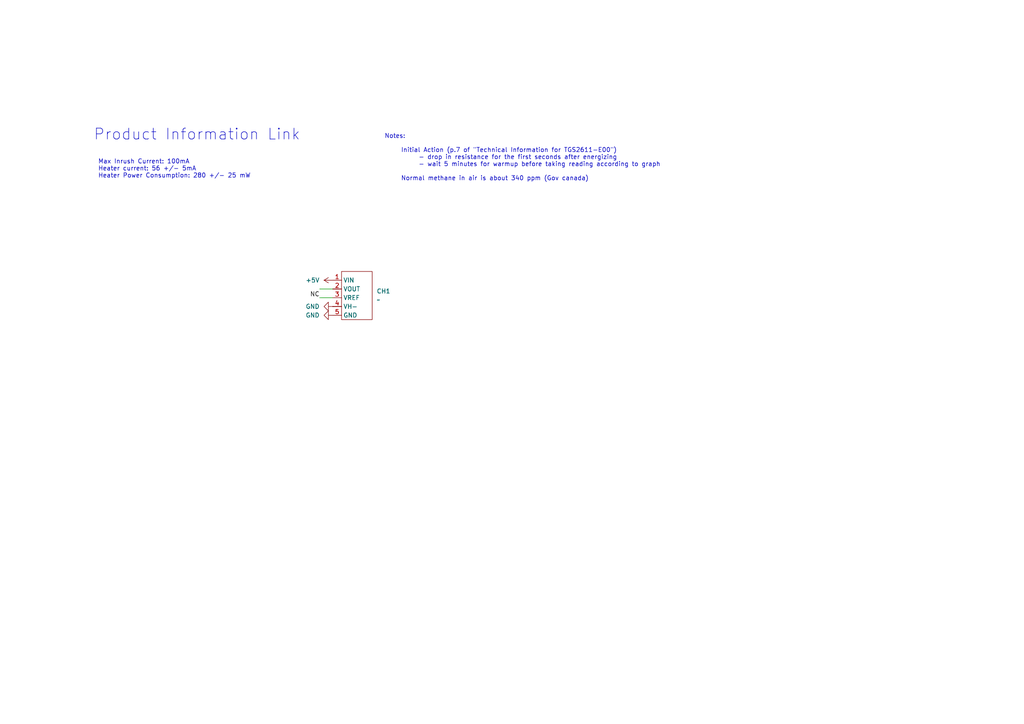
<source format=kicad_sch>
(kicad_sch (version 20250114) (generator "eeschema") (generator_version "9.0")
  (paper "A4")
  (lib_symbols
    (symbol "new_library:CH4_sensor_figaro"
      (property "Reference" "CH4" (at 0 0 0))
      (symbol "CH4_sensor_figaro_0_1"
        (rectangle (start -3.81 -1.27) (end 5.08 -15.24))
      )
      (symbol "CH4_sensor_figaro_1_1"
        (pin power_in line (at -6.35 -3.81 0) (length 2.54) (name "VIN") (number "1"))
        (pin power_out line (at -6.35 -6.35 0) (length 2.54) (name "VOUT") (number "2"))
        (pin power_out line (at -6.35 -8.89 0) (length 2.54) (name "VREF") (number "3"))
        (pin power_in line (at -6.35 -11.43 0) (length 2.54) (name "VH-") (number "4"))
        (pin power_in line (at -6.35 -13.97 0) (length 2.54) (name "GND") (number "5"))
      )
    )
    (symbol "power:+5V" (power) (pin_numbers (hide yes)) (pin_names (offset 0) (hide yes))
      (property "Value" "+5V" (at 0 3.556 0))
      (symbol "+5V_0_1"
        (polyline (pts (xy -0.762 1.27) (xy 0 2.54)))
        (polyline (pts (xy 0 2.54) (xy 0.762 1.27)))
        (polyline (pts (xy 0 0) (xy 0 2.54)))
      )
      (symbol "+5V_1_1"
        (pin power_in line (at 0 0 90) (length 0) (name "~") (number "1"))
      )
    )
    (symbol "power:GND" (power) (pin_numbers (hide yes)) (pin_names (offset 0) (hide yes))
      (property "Value" "GND" (at 0 -3.81 0))
      (symbol "GND_0_1"
        (polyline (pts (xy 0 0) (xy 0 -1.27) (xy 1.27 -1.27) (xy 0 -2.54) (xy -1.27 -1.27) (xy 0 -1.27)))
      )
      (symbol "GND_1_1"
        (pin power_in line (at 0 0 270) (length 0) (name "~") (number "1"))
      )
    )
  )
  (text "Product Information Link" (at 57.15 39.116 0) (effects (font (size 3.175 3.175))))
  (text "Notes:\n\n	Initial Action (p.7 of \"Technical Information for TGS2611-E00\")\n		- drop in resistance for the first seconds after energizing\n		- wait 5 minutes for warmup before taking reading according to graph\n\n	Normal methane in air is about 340 ppm (Gov canada)" (at 111.506 45.72 0) (effects (font (size 1.27 1.27)) (justify left)))
  (text "Max Inrush Current: 100mA\nHeater current: 56 +/- 5mA \nHeater Power Consumption: 280 +/- 25 mW\n" (at 28.448 49.022 0) (effects (font (size 1.27 1.27)) (justify left)))
  (wire (pts (xy 92.71 86.36) (xy 96.52 86.36)))
  (wire (pts (xy 92.71 83.82) (xy 96.52 83.82)))
  (label "NC" (at 92.71 86.36 180))
  (symbol (lib_id "power:+5V") (at 96.52 81.28 90) (unit 1)
    (property "Reference" "#PWR01" (effects (hide yes)))
    (property "Value" "+5V" (at 92.71 81.2799 90) (effects (justify left)))
    (property "Description" "Power symbol creates a global label with name \"+5V\"" (effects (hide yes)))
  )
  (symbol (lib_id "power:GND") (at 96.52 88.9 270) (unit 1)
    (property "Reference" "#PWR02" (effects (hide yes)))
    (property "Value" "GND" (at 92.71 88.8999 90) (effects (justify right)))
    (property "Description" "Power symbol creates a global label with name \"GND\" , ground" (effects (hide yes)))
  )
  (symbol (lib_id "new_library:CH4_sensor_figaro") (at 102.87 77.47 0) (unit 1)
    (property "Reference" "CH1" (at 109.22 84.4549 0) (effects (justify left)))
    (property "Value" "~" (at 109.22 86.9949 0) (effects (justify left)))
    (property "Footprint" "new_library:CH4_sensor_figaro" (effects (hide yes)))
    (property "Datasheet" "https://www.figarosensor.com/product/docs/ngm2611-e13_product%20information%28fusa%29_rev03.pdf" (effects (hide yes)))
  )
  (symbol (lib_id "power:GND") (at 96.52 91.44 270) (unit 1)
    (property "Reference" "#PWR?" (effects (hide yes)))
    (property "Value" "GND" (at 92.71 91.4399 90) (effects (justify right)))
    (property "Description" "Power symbol creates a global label with name \"GND\" , ground" (effects (hide yes)))
  )
)
</source>
